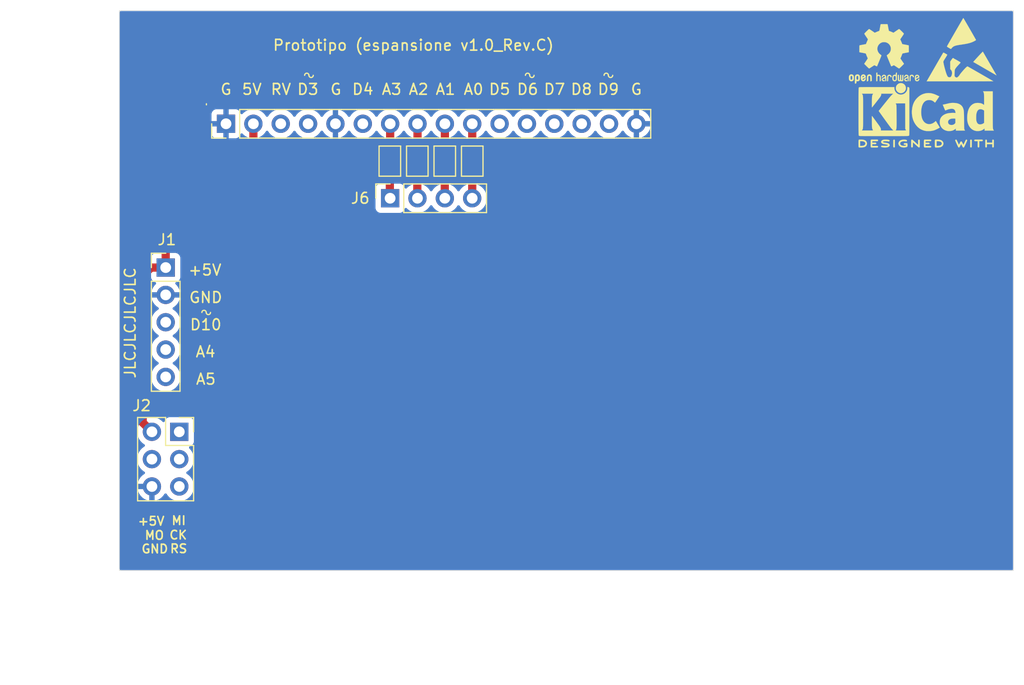
<source format=kicad_pcb>
(kicad_pcb (version 20221018) (generator pcbnew)
  (layers (0 "F.Cu" signal) (31 "B.Cu" signal) (34 "B.Paste" user) (35 "F.Paste" user) (36 "B.SilkS" user "B.Silkscreen") (37 "F.SilkS" user "F.Silkscreen") (38 "B.Mask" user) (39 "F.Mask" user) (44 "Edge.Cuts" user))
  (net 0 "")
  (net 1 "A5")
  (net 2 "A4")
  (net 3 "D10")
  (net 4 "GND")
  (net 5 "VDD")
  (net 6 "RST")
  (net 7 "MOSI")
  (net 8 "SCK")
  (net 9 "MISO")
  (net 10 "D9")
  (net 11 "D8")
  (net 12 "D7")
  (net 13 "D6")
  (net 14 "D5")
  (net 15 "A0")
  (net 16 "A1")
  (net 17 "A2")
  (net 18 "A3")
  (net 19 "D4")
  (net 20 "D3")
  (net 21 "RV")
  (net 22 "Net-(J3-Pin_7)")
  (net 23 "Net-(J3-Pin_8)")
  (net 24 "Net-(J3-Pin_9)")
  (net 25 "Net-(J3-Pin_10)")
  (footprint "Connector_PinSocket_2.54mm:PinSocket_2x03_P2.54mm_Vertical" (layer "F.Cu") (at 71.56 84.12)
    (fp_text reference "J2" (at -3.49 -2.43 180) (layer "F.SilkS"))
    (fp_text value "exp_spi" hide)
    (pad "1" thru_hole rect (at 0 0) (size 1.7 1.7) (drill 1) (layers "*.Cu" "*.Mask") (net 9 "MISO"))
    (pad "2" thru_hole oval (at -2.54 0) (size 1.7 1.7) (drill 1) (layers "*.Cu" "*.Mask") (net 5 "VDD"))
    (pad "3" thru_hole oval (at 0 2.54) (size 1.7 1.7) (drill 1) (layers "*.Cu" "*.Mask") (net 8 "SCK"))
    (pad "4" thru_hole oval (at -2.54 2.54) (size 1.7 1.7) (drill 1) (layers "*.Cu" "*.Mask") (net 7 "MOSI"))
    (pad "5" thru_hole oval (at 0 5.08) (size 1.7 1.7) (drill 1) (layers "*.Cu" "*.Mask") (net 6 "RST"))
    (pad "6" thru_hole oval (at -2.54 5.08) (size 1.7 1.7) (drill 1) (layers "*.Cu" "*.Mask") (net 4 "GND"))
  )
  (footprint "Connector_PinHeader_2.54mm:PinHeader_1x16_P2.54mm_Vertical" (layer "F.Cu") (at 75.9 55.5 90)
    (fp_text reference "J3" hide)
    (fp_text value "exp2" hide)
    (pad "1" thru_hole rect (at 0 0 90) (size 1.7 1.7) (drill 1) (layers "*.Cu" "*.Mask") (net 4 "GND"))
    (pad "2" thru_hole oval (at 0 2.54 90) (size 1.7 1.7) (drill 1) (layers "*.Cu" "*.Mask") (net 5 "VDD"))
    (pad "3" thru_hole oval (at 0 5.08 90) (size 1.7 1.7) (drill 1) (layers "*.Cu" "*.Mask") (net 21 "RV"))
    (pad "4" thru_hole oval (at 0 7.62 90) (size 1.7 1.7) (drill 1) (layers "*.Cu" "*.Mask") (net 20 "D3"))
    (pad "5" thru_hole oval (at 0 10.16 90) (size 1.7 1.7) (drill 1) (layers "*.Cu" "*.Mask") (net 4 "GND"))
    (pad "6" thru_hole oval (at 0 12.7 90) (size 1.7 1.7) (drill 1) (layers "*.Cu" "*.Mask") (net 19 "D4"))
    (pad "7" thru_hole oval (at 0 15.24 90) (size 1.7 1.7) (drill 1) (layers "*.Cu" "*.Mask") (net 22 "Net-(J3-Pin_7)"))
    (pad "8" thru_hole oval (at 0 17.78 90) (size 1.7 1.7) (drill 1) (layers "*.Cu" "*.Mask") (net 23 "Net-(J3-Pin_8)"))
    (pad "9" thru_hole oval (at 0 20.32 90) (size 1.7 1.7) (drill 1) (layers "*.Cu" "*.Mask") (net 24 "Net-(J3-Pin_9)"))
    (pad "10" thru_hole oval (at 0 22.86 90) (size 1.7 1.7) (drill 1) (layers "*.Cu" "*.Mask") (net 25 "Net-(J3-Pin_10)"))
    (pad "11" thru_hole oval (at 0 25.4 90) (size 1.7 1.7) (drill 1) (layers "*.Cu" "*.Mask") (net 14 "D5"))
    (pad "12" thru_hole oval (at 0 27.94 90) (size 1.7 1.7) (drill 1) (layers "*.Cu" "*.Mask") (net 13 "D6"))
    (pad "13" thru_hole oval (at 0 30.48 90) (size 1.7 1.7) (drill 1) (layers "*.Cu" "*.Mask") (net 12 "D7"))
    (pad "14" thru_hole oval (at 0 33.02 90) (size 1.7 1.7) (drill 1) (layers "*.Cu" "*.Mask") (net 11 "D8"))
    (pad "15" thru_hole oval (at 0 35.56 90) (size 1.7 1.7) (drill 1) (layers "*.Cu" "*.Mask") (net 10 "D9"))
    (pad "16" thru_hole oval (at 0 38.1 90) (size 1.7 1.7) (drill 1) (layers "*.Cu" "*.Mask") (net 4 "GND"))
  )
  (footprint "Connector_PinHeader_2.54mm:PinHeader_1x05_P2.54mm_Vertical" (layer "F.Cu") (at 70.3 68.86)
    (fp_text reference "J1" (at 0.11 -2.59 180) (layer "F.SilkS"))
    (fp_text value "exp1" hide)
    (pad "1" thru_hole rect (at 0 0) (size 1.7 1.7) (drill 1) (layers "*.Cu" "*.Mask") (net 5 "VDD"))
    (pad "2" thru_hole oval (at 0 2.54) (size 1.7 1.7) (drill 1) (layers "*.Cu" "*.Mask") (net 4 "GND"))
    (pad "3" thru_hole oval (at 0 5.08) (size 1.7 1.7) (drill 1) (layers "*.Cu" "*.Mask") (net 3 "D10"))
    (pad "4" thru_hole oval (at 0 7.62) (size 1.7 1.7) (drill 1) (layers "*.Cu" "*.Mask") (net 2 "A4"))
    (pad "5" thru_hole oval (at 0 10.16) (size 1.7 1.7) (drill 1) (layers "*.Cu" "*.Mask") (net 1 "A5"))
  )
  (footprint "Symbol:OSHW-Logo2_7.3x6mm_SilkScreen" (layer "F.Cu") (at 137 49)
    (fp_text reference "REF**" hide)
    (fp_text value "OSHW-Logo2_7.3x6mm_SilkScreen" hide)
  )
  (footprint "Symbol:KiCad-Logo2_5mm_SilkScreen" (layer "F.Cu") (at 140.9 54.7)
    (fp_text reference "REF**" hide)
    (fp_text value "KiCad-Logo2_5mm_SilkScreen" hide)
  )
  (footprint "Jumper:SolderJumper-2_P1.3mm_Open_Pad1.0x1.5mm" (layer "F.Cu") (at 96.21 58.97 90)
    (fp_text reference "JP2" hide)
    (fp_text value "A1_J" hide)
    (pad "1" smd rect (at -0.65 0 90) (size 1 1.5) (layers "F.Cu" "F.Mask") (net 16 "A1"))
    (pad "2" smd rect (at 0.65 0 90) (size 1 1.5) (layers "F.Cu" "F.Mask") (net 24 "Net-(J3-Pin_9)"))
  )
  (footprint "Jumper:SolderJumper-2_P1.3mm_Open_Pad1.0x1.5mm" (layer "F.Cu") (at 98.76 58.97 90)
    (fp_text reference "JP1" hide)
    (fp_text value "A0_J" hide)
    (pad "1" smd rect (at -0.65 0 90) (size 1 1.5) (layers "F.Cu" "F.Mask") (net 15 "A0"))
    (pad "2" smd rect (at 0.65 0 90) (size 1 1.5) (layers "F.Cu" "F.Mask") (net 25 "Net-(J3-Pin_10)"))
  )
  (footprint "Jumper:SolderJumper-2_P1.3mm_Open_Pad1.0x1.5mm" (layer "F.Cu") (at 93.66 58.97 90)
    (fp_text reference "JP3" hide)
    (fp_text value "A2_J" hide)
    (pad "1" smd rect (at -0.65 0 90) (size 1 1.5) (layers "F.Cu" "F.Mask") (net 17 "A2"))
    (pad "2" smd rect (at 0.65 0 90) (size 1 1.5) (layers "F.Cu" "F.Mask") (net 23 "Net-(J3-Pin_8)"))
  )
  (footprint "Jumper:SolderJumper-2_P1.3mm_Open_Pad1.0x1.5mm" (layer "F.Cu") (at 91.11 58.97 90)
    (fp_text reference "JP4" hide)
    (fp_text value "A3_J" hide)
    (pad "1" smd rect (at -0.65 0 90) (size 1 1.5) (layers "F.Cu" "F.Mask") (net 18 "A3"))
    (pad "2" smd rect (at 0.65 0 90) (size 1 1.5) (layers "F.Cu" "F.Mask") (net 22 "Net-(J3-Pin_7)"))
  )
  (footprint "Connector_PinSocket_2.54mm:PinSocket_1x04_P2.54mm_Vertical" (layer "F.Cu") (at 91.135 62.42 90)
    (fp_text reference "J6" (at 0 -2.77 -180) (layer "F.SilkS"))
    (fp_text value "Exp_Analog_2" hide)
    (pad "1" thru_hole rect (at 0 0 90) (size 1.7 1.7) (drill 1) (layers "*.Cu" "*.Mask") (net 18 "A3"))
    (pad "2" thru_hole oval (at 0 2.54 90) (size 1.7 1.7) (drill 1) (layers "*.Cu" "*.Mask") (net 17 "A2"))
    (pad "3" thru_hole oval (at 0 5.08 90) (size 1.7 1.7) (drill 1) (layers "*.Cu" "*.Mask") (net 16 "A1"))
    (pad "4" thru_hole oval (at 0 7.62 90) (size 1.7 1.7) (drill 1) (layers "*.Cu" "*.Mask") (net 15 "A0"))
  )
  (footprint "Symbol:ESD-Logo_6.6x6mm_SilkScreen" (layer "F.Cu") (at 144.2 48.6)
    (fp_text reference "REF**" hide)
    (fp_text value "ESD-Logo_6.6x6mm_SilkScreen" hide)
  )
  (gr_line (start 74.08 53.64) (end 74.08 53.74) (stroke (width 0.12)) (layer "F.SilkS"))
  (gr_arc (start 83.2 51) (mid 83.4 50.8) (end 83.6 51) (stroke (width 0.12)) (layer "F.SilkS"))
  (gr_arc (start 111.8 51) (mid 111.6 51.2) (end 111.4 51) (stroke (width 0.12)) (layer "F.SilkS"))
  (gr_arc (start 104.5 51) (mid 104.3 51.2) (end 104.1 51) (stroke (width 0.12)) (layer "F.SilkS"))
  (gr_arc (start 73.66 73.03) (mid 73.86 72.83) (end 74.06 73.03) (stroke (width 0.12)) (layer "F.SilkS"))
  (gr_arc (start 84 51) (mid 83.8 51.2) (end 83.6 51) (stroke (width 0.12)) (layer "F.SilkS"))
  (gr_arc (start 111 51) (mid 111.2 50.8) (end 111.4 51) (stroke (width 0.12)) (layer "F.SilkS"))
  (gr_arc (start 103.7 51) (mid 103.9 50.8) (end 104.1 51) (stroke (width 0.12)) (layer "F.SilkS"))
  (gr_arc (start 74.46 73.03) (mid 74.26 73.23) (end 74.06 73.03) (stroke (width 0.12)) (layer "F.SilkS"))
  (gr_line (start 149 45) (end 149 97) (stroke (width 0.05)) (layer "Edge.Cuts"))
  (gr_line (start 149 97) (end 66 97) (stroke (width 0.05)) (layer "Edge.Cuts"))
  (gr_line (start 66 45) (end 149 45) (stroke (width 0.05)) (layer "Edge.Cuts"))
  (gr_line (start 66 97) (end 66 45) (stroke (width 0.05)) (layer "Edge.Cuts"))
  (gr_text "A4" (at 74 76.69) (layer "F.SilkS") (effects (font (size 1 1))))
  (gr_text "D4" (at 88.6 52.3) (layer "F.SilkS") (effects (font (size 1 1))))
  (gr_text "MI" (at 71.510952 92.37) (layer "F.SilkS") (effects (font (size 0.8 0.8))))
  (gr_text "GND" (at 74.02 71.64) (layer "F.SilkS") (effects (font (size 1 1))))
  (gr_text "D10" (at 74.02 74.17) (layer "F.SilkS") (effects (font (size 1 1))))
  (gr_text "G" (at 114 52.3) (layer "F.SilkS") (effects (font (size 1 1))))
  (gr_text "D9" (at 111.4 52.3) (layer "F.SilkS") (effects (font (size 1 1))))
  (gr_text "JLCJLCJLCJLC" (at 67 74 90) (layer "F.SilkS") (effects (font (size 1 1))))
  (gr_text "5V" (at 78.3 52.3) (layer "F.SilkS") (effects (font (size 1 1))))
  (gr_text "GND\n" (at 69.29 95) (layer "F.SilkS") (effects (font (size 0.8 0.8))))
  (gr_text "A1" (at 96.28 52.3) (layer "F.SilkS") (effects (font (size 1 1))))
  (gr_text "CK" (at 71.460952 93.71) (layer "F.SilkS") (effects (font (size 0.8 0.8))))
  (gr_text "+5V" (at 73.94 69.09) (layer "F.SilkS") (effects (font (size 1 1))))
  (gr_text "D6" (at 103.9 52.3) (layer "F.SilkS") (effects (font (size 1 1))))
  (gr_text "A2" (at 93.78 52.3) (layer "F.SilkS") (effects (font (size 1 1))))
  (gr_text "MO" (at 69.25 93.74) (layer "F.SilkS") (effects (font (size 0.8 0.8))))
  (gr_text "A5" (at 74.03 79.23) (layer "F.SilkS") (effects (font (size 1 1))))
  (gr_text "Prototipo (espansione v1.0_Rev.C)" (at 93.3 48.2) (layer "F.SilkS") (effects (font (size 1 1))))
  (gr_text "A3" (at 91.28 52.3) (layer "F.SilkS") (effects (font (size 1 1))))
  (gr_text "+5V\n" (at 68.95 92.42) (layer "F.SilkS") (effects (font (size 0.8 0.8))))
  (gr_text "G" (at 75.9 52.3) (layer "F.SilkS") (effects (font (size 1 1))))
  (gr_text "D7" (at 106.4 52.3) (layer "F.SilkS") (effects (font (size 1 1))))
  (gr_text "D8" (at 108.9 52.3) (layer "F.SilkS") (effects (font (size 1 1))))
  (gr_text "D3" (at 83.5 52.3) (layer "F.SilkS") (effects (font (size 1 1))))
  (gr_text "RS" (at 71.500952 94.98) (layer "F.SilkS") (effects (font (size 0.8 0.8))))
  (gr_text "A0" (at 98.88 52.3) (layer "F.SilkS") (effects (font (size 1 1))))
  (gr_text "D5" (at 101.3 52.3) (layer "F.SilkS") (effects (font (size 1 1))))
  (gr_text "RV" (at 81 52.3) (layer "F.SilkS") (effects (font (size 1 1))))
  (gr_text "G" (at 86.1 52.3) (layer "F.SilkS") (effects (font (size 1 1))))
  (segment (start 70.265 79.055) (end 70.3 79.02) (width 0.762) (layer "F.Cu") (net 1))
  (segment (start 70.275 76.505) (end 70.3 76.48) (width 0.762) (layer "F.Cu") (net 2))
  (segment (start 70.285 73.955) (end 70.3 73.94) (width 0.762) (layer "F.Cu") (net 3))
  (segment (start 70.295 71.405) (end 70.3 71.4) (width 0.762) (layer "F.Cu") (net 4))
  (segment (start 68.94 68.86) (end 70.3 68.86) (width 0.762) (layer "F.Cu") (net 5))
  (segment (start 70.3 68.86) (end 70.3 66.47) (width 0.762) (layer "F.Cu") (net 5))
  (segment (start 78.44 58.33) (end 78.44 55.5) (width 0.762) (layer "F.Cu") (net 5))
  (segment (start 68.16 83.26) (end 68.16 69.64) (width 0.762) (layer "F.Cu") (net 5))
  (segment (start 68.16 69.64) (end 68.94 68.86) (width 0.762) (layer "F.Cu") (net 5))
  (segment (start 69.93 69.23) (end 70.3 68.86) (width 0.762) (layer "F.Cu") (net 5))
  (segment (start 70.295 68.855) (end 70.3 68.86) (width 0.762) (layer "F.Cu") (net 5))
  (segment (start 69.02 84.12) (end 68.16 83.26) (width 0.762) (layer "F.Cu") (net 5))
  (segment (start 70.3 66.47) (end 78.44 58.33) (width 0.762) (layer "F.Cu") (net 5))
  (segment (start 98.76 62.415) (end 98.755 62.42) (width 0.762) (layer "F.Cu") (net 15))
  (segment (start 98.76 59.62) (end 98.76 62.415) (width 0.762) (layer "F.Cu") (net 15))
  (segment (start 96.21 62.415) (end 96.215 62.42) (width 0.762) (layer "F.Cu") (net 16))
  (segment (start 96.21 59.62) (end 96.21 62.415) (width 0.762) (layer "F.Cu") (net 16))
  (segment (start 93.66 59.62) (end 93.66 62.405) (width 0.762) (layer "F.Cu") (net 17))
  (segment (start 93.66 62.405) (end 93.675 62.42) (width 0.762) (layer "F.Cu") (net 17))
  (segment (start 91.11 62.395) (end 91.135 62.42) (width 0.762) (layer "F.Cu") (net 18))
  (segment (start 91.11 59.62) (end 91.11 62.395) (width 0.762) (layer "F.Cu") (net 18))
  (segment (start 91.14 55.5) (end 91.14 58.29) (width 0.762) (layer "F.Cu") (net 22))
  (segment (start 91.14 58.29) (end 91.11 58.32) (width 0.762) (layer "F.Cu") (net 22))
  (segment (start 93.68 55.5) (end 93.68 58.3) (width 0.762) (layer "F.Cu") (net 23))
  (segment (start 93.68 58.3) (end 93.66 58.32) (width 0.762) (layer "F.Cu") (net 23))
  (segment (start 96.22 58.31) (end 96.21 58.32) (width 0.762) (layer "F.Cu") (net 24))
  (segment (start 96.22 55.5) (end 96.22 58.31) (width 0.762) (layer "F.Cu") (net 24))
  (segment (start 98.76 55.5) (end 98.76 58.32) (width 0.762) (layer "F.Cu") (net 25))
  (zone (net 4) (net_name "GND") (layer "B.Cu") (connect_pads (clearance 0.508)) (min_thickness 0.25) (fill yes (thermal_gap 0.5) (thermal_bridge_width 0.5))
    (polygon (pts (xy 65 44) (xy 150 44) (xy 150 98) (xy 65 98)))
  )
)
</source>
